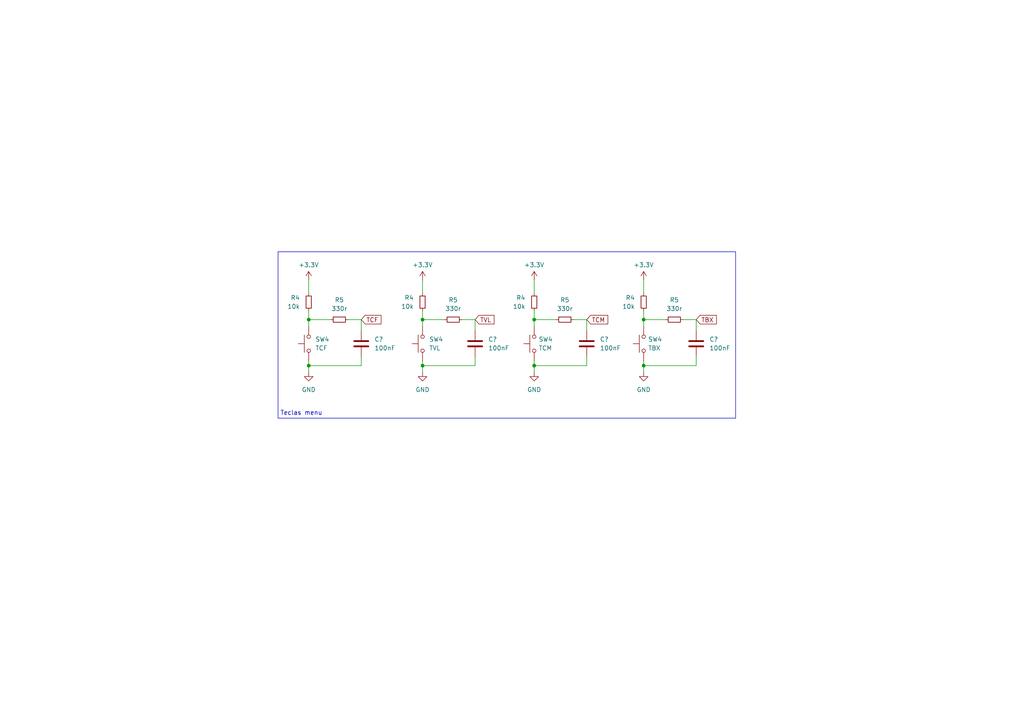
<source format=kicad_sch>
(kicad_sch (version 20230121) (generator eeschema)

  (uuid 3b7aa12b-780c-41ca-9376-674662e5af1e)

  (paper "A4")

  (lib_symbols
    (symbol "Device:R_Small" (pin_numbers hide) (pin_names (offset 0.254) hide) (in_bom yes) (on_board yes)
      (property "Reference" "R" (at 0.762 0.508 0)
        (effects (font (size 1.27 1.27)) (justify left))
      )
      (property "Value" "R_Small" (at 0.762 -1.016 0)
        (effects (font (size 1.27 1.27)) (justify left))
      )
      (property "Footprint" "" (at 0 0 0)
        (effects (font (size 1.27 1.27)) hide)
      )
      (property "Datasheet" "~" (at 0 0 0)
        (effects (font (size 1.27 1.27)) hide)
      )
      (property "ki_keywords" "R resistor" (at 0 0 0)
        (effects (font (size 1.27 1.27)) hide)
      )
      (property "ki_description" "Resistor, small symbol" (at 0 0 0)
        (effects (font (size 1.27 1.27)) hide)
      )
      (property "ki_fp_filters" "R_*" (at 0 0 0)
        (effects (font (size 1.27 1.27)) hide)
      )
      (symbol "R_Small_0_1"
        (rectangle (start -0.762 1.778) (end 0.762 -1.778)
          (stroke (width 0.2032) (type default))
          (fill (type none))
        )
      )
      (symbol "R_Small_1_1"
        (pin passive line (at 0 2.54 270) (length 0.762)
          (name "~" (effects (font (size 1.27 1.27))))
          (number "1" (effects (font (size 1.27 1.27))))
        )
        (pin passive line (at 0 -2.54 90) (length 0.762)
          (name "~" (effects (font (size 1.27 1.27))))
          (number "2" (effects (font (size 1.27 1.27))))
        )
      )
    )
    (symbol "PCM_Capacitor_AKL:C_0805" (pin_numbers hide) (pin_names (offset 0.254)) (in_bom yes) (on_board yes)
      (property "Reference" "C" (at 0.635 2.54 0)
        (effects (font (size 1.27 1.27)) (justify left))
      )
      (property "Value" "C_0805" (at 0.635 -2.54 0)
        (effects (font (size 1.27 1.27)) (justify left))
      )
      (property "Footprint" "Capacitor_SMD_AKL:C_0805_2012Metric" (at 0.9652 -3.81 0)
        (effects (font (size 1.27 1.27)) hide)
      )
      (property "Datasheet" "~" (at 0 0 0)
        (effects (font (size 1.27 1.27)) hide)
      )
      (property "ki_keywords" "cap capacitor ceramic chip mlcc smd 0805" (at 0 0 0)
        (effects (font (size 1.27 1.27)) hide)
      )
      (property "ki_description" "SMD 0805 MLCC capacitor, Alternate KiCad Library" (at 0 0 0)
        (effects (font (size 1.27 1.27)) hide)
      )
      (property "ki_fp_filters" "C_*" (at 0 0 0)
        (effects (font (size 1.27 1.27)) hide)
      )
      (symbol "C_0805_0_1"
        (polyline
          (pts
            (xy -2.032 -0.762)
            (xy 2.032 -0.762)
          )
          (stroke (width 0.508) (type default))
          (fill (type none))
        )
        (polyline
          (pts
            (xy -2.032 0.762)
            (xy 2.032 0.762)
          )
          (stroke (width 0.508) (type default))
          (fill (type none))
        )
      )
      (symbol "C_0805_1_1"
        (pin passive line (at 0 3.81 270) (length 2.794)
          (name "~" (effects (font (size 1.27 1.27))))
          (number "1" (effects (font (size 1.27 1.27))))
        )
        (pin passive line (at 0 -3.81 90) (length 2.794)
          (name "~" (effects (font (size 1.27 1.27))))
          (number "2" (effects (font (size 1.27 1.27))))
        )
      )
    )
    (symbol "Switch:SW_Push" (pin_numbers hide) (pin_names (offset 1.016) hide) (in_bom yes) (on_board yes)
      (property "Reference" "SW" (at 1.27 2.54 0)
        (effects (font (size 1.27 1.27)) (justify left))
      )
      (property "Value" "SW_Push" (at 0 -1.524 0)
        (effects (font (size 1.27 1.27)))
      )
      (property "Footprint" "" (at 0 5.08 0)
        (effects (font (size 1.27 1.27)) hide)
      )
      (property "Datasheet" "~" (at 0 5.08 0)
        (effects (font (size 1.27 1.27)) hide)
      )
      (property "ki_keywords" "switch normally-open pushbutton push-button" (at 0 0 0)
        (effects (font (size 1.27 1.27)) hide)
      )
      (property "ki_description" "Push button switch, generic, two pins" (at 0 0 0)
        (effects (font (size 1.27 1.27)) hide)
      )
      (symbol "SW_Push_0_1"
        (circle (center -2.032 0) (radius 0.508)
          (stroke (width 0) (type default))
          (fill (type none))
        )
        (polyline
          (pts
            (xy 0 1.27)
            (xy 0 3.048)
          )
          (stroke (width 0) (type default))
          (fill (type none))
        )
        (polyline
          (pts
            (xy 2.54 1.27)
            (xy -2.54 1.27)
          )
          (stroke (width 0) (type default))
          (fill (type none))
        )
        (circle (center 2.032 0) (radius 0.508)
          (stroke (width 0) (type default))
          (fill (type none))
        )
        (pin passive line (at -5.08 0 0) (length 2.54)
          (name "1" (effects (font (size 1.27 1.27))))
          (number "1" (effects (font (size 1.27 1.27))))
        )
        (pin passive line (at 5.08 0 180) (length 2.54)
          (name "2" (effects (font (size 1.27 1.27))))
          (number "2" (effects (font (size 1.27 1.27))))
        )
      )
    )
    (symbol "power:+3.3V" (power) (pin_names (offset 0)) (in_bom yes) (on_board yes)
      (property "Reference" "#PWR" (at 0 -3.81 0)
        (effects (font (size 1.27 1.27)) hide)
      )
      (property "Value" "+3.3V" (at 0 3.556 0)
        (effects (font (size 1.27 1.27)))
      )
      (property "Footprint" "" (at 0 0 0)
        (effects (font (size 1.27 1.27)) hide)
      )
      (property "Datasheet" "" (at 0 0 0)
        (effects (font (size 1.27 1.27)) hide)
      )
      (property "ki_keywords" "global power" (at 0 0 0)
        (effects (font (size 1.27 1.27)) hide)
      )
      (property "ki_description" "Power symbol creates a global label with name \"+3.3V\"" (at 0 0 0)
        (effects (font (size 1.27 1.27)) hide)
      )
      (symbol "+3.3V_0_1"
        (polyline
          (pts
            (xy -0.762 1.27)
            (xy 0 2.54)
          )
          (stroke (width 0) (type default))
          (fill (type none))
        )
        (polyline
          (pts
            (xy 0 0)
            (xy 0 2.54)
          )
          (stroke (width 0) (type default))
          (fill (type none))
        )
        (polyline
          (pts
            (xy 0 2.54)
            (xy 0.762 1.27)
          )
          (stroke (width 0) (type default))
          (fill (type none))
        )
      )
      (symbol "+3.3V_1_1"
        (pin power_in line (at 0 0 90) (length 0) hide
          (name "+3.3V" (effects (font (size 1.27 1.27))))
          (number "1" (effects (font (size 1.27 1.27))))
        )
      )
    )
    (symbol "power:GND" (power) (pin_names (offset 0)) (in_bom yes) (on_board yes)
      (property "Reference" "#PWR" (at 0 -6.35 0)
        (effects (font (size 1.27 1.27)) hide)
      )
      (property "Value" "GND" (at 0 -3.81 0)
        (effects (font (size 1.27 1.27)))
      )
      (property "Footprint" "" (at 0 0 0)
        (effects (font (size 1.27 1.27)) hide)
      )
      (property "Datasheet" "" (at 0 0 0)
        (effects (font (size 1.27 1.27)) hide)
      )
      (property "ki_keywords" "global power" (at 0 0 0)
        (effects (font (size 1.27 1.27)) hide)
      )
      (property "ki_description" "Power symbol creates a global label with name \"GND\" , ground" (at 0 0 0)
        (effects (font (size 1.27 1.27)) hide)
      )
      (symbol "GND_0_1"
        (polyline
          (pts
            (xy 0 0)
            (xy 0 -1.27)
            (xy 1.27 -1.27)
            (xy 0 -2.54)
            (xy -1.27 -1.27)
            (xy 0 -1.27)
          )
          (stroke (width 0) (type default))
          (fill (type none))
        )
      )
      (symbol "GND_1_1"
        (pin power_in line (at 0 0 270) (length 0) hide
          (name "GND" (effects (font (size 1.27 1.27))))
          (number "1" (effects (font (size 1.27 1.27))))
        )
      )
    )
  )

  (junction (at 154.94 92.71) (diameter 0) (color 0 0 0 0)
    (uuid 03c15f79-7e36-4481-b10b-0c7d136da14e)
  )
  (junction (at 89.535 106.045) (diameter 0) (color 0 0 0 0)
    (uuid 22a87362-a0ba-4536-ba9d-b739ca438b02)
  )
  (junction (at 154.94 106.045) (diameter 0) (color 0 0 0 0)
    (uuid 39654cc5-f477-43c9-b924-f529213d0bed)
  )
  (junction (at 122.555 92.71) (diameter 0) (color 0 0 0 0)
    (uuid 3bbdd7b2-0122-48d9-8b50-598b4519bb39)
  )
  (junction (at 122.555 106.045) (diameter 0) (color 0 0 0 0)
    (uuid 4624093b-0b6b-47e7-a89e-e823f7efba00)
  )
  (junction (at 186.69 106.045) (diameter 0) (color 0 0 0 0)
    (uuid 4a8125cd-06b3-4cfd-a774-59e99e215efc)
  )
  (junction (at 89.535 92.71) (diameter 0) (color 0 0 0 0)
    (uuid 7ef513c5-ba13-4aa5-9080-2c351ecfa92c)
  )
  (junction (at 186.69 92.71) (diameter 0) (color 0 0 0 0)
    (uuid c89e1ff3-6b2f-4bd9-9948-e1602f7c285b)
  )

  (wire (pts (xy 166.37 92.71) (xy 170.18 92.71))
    (stroke (width 0) (type default))
    (uuid 024a4d10-44d8-4fe4-92b4-a89c8995da56)
  )
  (wire (pts (xy 89.535 81.28) (xy 89.535 85.09))
    (stroke (width 0) (type default))
    (uuid 0399d844-4b8c-4d5f-bf1a-efc3ef52b9b7)
  )
  (wire (pts (xy 154.94 106.045) (xy 154.94 107.95))
    (stroke (width 0) (type default))
    (uuid 04e6e36e-3b56-43d7-83bd-3d45c9368a4e)
  )
  (wire (pts (xy 201.93 92.71) (xy 201.93 95.885))
    (stroke (width 0) (type default))
    (uuid 05bd0389-81f1-445c-908a-babe48d0bf00)
  )
  (wire (pts (xy 89.535 92.71) (xy 89.535 94.615))
    (stroke (width 0) (type default))
    (uuid 068c42c5-f690-4d1a-ab92-ef57630f4c6e)
  )
  (wire (pts (xy 100.965 92.71) (xy 104.775 92.71))
    (stroke (width 0) (type default))
    (uuid 09d41099-c067-4202-97a6-309370905ff5)
  )
  (wire (pts (xy 186.69 92.71) (xy 186.69 94.615))
    (stroke (width 0) (type default))
    (uuid 0f0ce6c1-3c2e-4d12-8e4d-b2e714b18314)
  )
  (wire (pts (xy 198.12 92.71) (xy 201.93 92.71))
    (stroke (width 0) (type default))
    (uuid 2100ad2d-8637-4d24-a273-54cb9d12a105)
  )
  (wire (pts (xy 104.775 106.045) (xy 89.535 106.045))
    (stroke (width 0) (type default))
    (uuid 2bb5aee5-07b8-4e3c-88f4-2e100b5a20d1)
  )
  (wire (pts (xy 137.795 92.71) (xy 137.795 95.885))
    (stroke (width 0) (type default))
    (uuid 39cb4921-7b11-464d-bcbf-f7687bd81d65)
  )
  (wire (pts (xy 122.555 104.775) (xy 122.555 106.045))
    (stroke (width 0) (type default))
    (uuid 48ef69a1-c0c4-4ffd-a354-3eec864e01a6)
  )
  (wire (pts (xy 170.18 92.71) (xy 170.18 95.885))
    (stroke (width 0) (type default))
    (uuid 713f2b10-6e34-4118-b6db-71184ae3c2e6)
  )
  (wire (pts (xy 122.555 92.71) (xy 122.555 90.17))
    (stroke (width 0) (type default))
    (uuid 715744ac-4de6-4f00-94b9-34cd64f0f8a4)
  )
  (wire (pts (xy 137.795 106.045) (xy 122.555 106.045))
    (stroke (width 0) (type default))
    (uuid 760fdadd-1f31-461e-8419-1c89014f4dbc)
  )
  (wire (pts (xy 95.885 92.71) (xy 89.535 92.71))
    (stroke (width 0) (type default))
    (uuid 78c184a7-93a7-4c43-8acd-891231d8f8a0)
  )
  (wire (pts (xy 154.94 92.71) (xy 154.94 94.615))
    (stroke (width 0) (type default))
    (uuid 7c56eeca-41d5-44f0-8476-95d415055118)
  )
  (wire (pts (xy 154.94 104.775) (xy 154.94 106.045))
    (stroke (width 0) (type default))
    (uuid 8374a663-ae8c-491d-8838-c9a750ff2888)
  )
  (wire (pts (xy 154.94 92.71) (xy 154.94 90.17))
    (stroke (width 0) (type default))
    (uuid 885c1ca0-5320-4a6c-ade4-11d19b6c1b21)
  )
  (wire (pts (xy 186.69 92.71) (xy 186.69 90.17))
    (stroke (width 0) (type default))
    (uuid 8f1d8db2-6bcd-4a67-9f1a-efbc3dd321d7)
  )
  (wire (pts (xy 122.555 92.71) (xy 122.555 94.615))
    (stroke (width 0) (type default))
    (uuid 904c91f1-f034-43b7-9852-7c5aac604b6f)
  )
  (wire (pts (xy 89.535 106.045) (xy 89.535 107.95))
    (stroke (width 0) (type default))
    (uuid 91d18654-067f-4823-918b-dfb105426ba3)
  )
  (wire (pts (xy 128.905 92.71) (xy 122.555 92.71))
    (stroke (width 0) (type default))
    (uuid 97b5c2b3-82de-4010-ac76-4a40521cace5)
  )
  (wire (pts (xy 186.69 81.28) (xy 186.69 85.09))
    (stroke (width 0) (type default))
    (uuid 9aec5812-fc4e-413b-b970-df8ab9467a7b)
  )
  (wire (pts (xy 133.985 92.71) (xy 137.795 92.71))
    (stroke (width 0) (type default))
    (uuid a426406c-7c5a-44c5-a163-23326fb3c60e)
  )
  (wire (pts (xy 186.69 106.045) (xy 186.69 107.95))
    (stroke (width 0) (type default))
    (uuid a8fea9e2-ad9b-443a-9427-a928bb4366ba)
  )
  (wire (pts (xy 170.18 103.505) (xy 170.18 106.045))
    (stroke (width 0) (type default))
    (uuid be0e0bdd-4cf1-4be7-a1f5-7c807ec3ec94)
  )
  (wire (pts (xy 201.93 106.045) (xy 186.69 106.045))
    (stroke (width 0) (type default))
    (uuid bf7666da-8d54-4f02-b065-fa1282a2fdb9)
  )
  (wire (pts (xy 193.04 92.71) (xy 186.69 92.71))
    (stroke (width 0) (type default))
    (uuid bfcd98de-d8d5-4ce9-9771-1769fb28f6a9)
  )
  (wire (pts (xy 137.795 103.505) (xy 137.795 106.045))
    (stroke (width 0) (type default))
    (uuid d5d92b45-ad35-4671-ab5f-731b60c48676)
  )
  (wire (pts (xy 154.94 81.28) (xy 154.94 85.09))
    (stroke (width 0) (type default))
    (uuid d8c49306-98c0-4ccb-9c73-2bb645b7e286)
  )
  (wire (pts (xy 122.555 81.28) (xy 122.555 85.09))
    (stroke (width 0) (type default))
    (uuid e0d989db-facd-4f9c-893a-e492f9df67b1)
  )
  (wire (pts (xy 104.775 103.505) (xy 104.775 106.045))
    (stroke (width 0) (type default))
    (uuid e18c641d-42a8-4b2a-ba0e-d69afc3cb653)
  )
  (wire (pts (xy 122.555 106.045) (xy 122.555 107.95))
    (stroke (width 0) (type default))
    (uuid e8b93e34-29e1-4f2e-8242-0e19d34dac6e)
  )
  (wire (pts (xy 89.535 92.71) (xy 89.535 90.17))
    (stroke (width 0) (type default))
    (uuid eabb0400-0151-4ead-8982-a45a21125252)
  )
  (wire (pts (xy 104.775 92.71) (xy 104.775 95.885))
    (stroke (width 0) (type default))
    (uuid ef25aef8-653f-4941-b1df-e2888a4833ed)
  )
  (wire (pts (xy 89.535 104.775) (xy 89.535 106.045))
    (stroke (width 0) (type default))
    (uuid f060e1de-bfbd-4996-b58b-b066c59d8cb6)
  )
  (wire (pts (xy 170.18 106.045) (xy 154.94 106.045))
    (stroke (width 0) (type default))
    (uuid f2ba064d-fffd-4d66-9b07-1ad7ebc914dd)
  )
  (wire (pts (xy 201.93 103.505) (xy 201.93 106.045))
    (stroke (width 0) (type default))
    (uuid f2f7026f-56c8-4a80-b8e5-6deac074b068)
  )
  (wire (pts (xy 186.69 104.775) (xy 186.69 106.045))
    (stroke (width 0) (type default))
    (uuid f496d738-eacb-4630-99db-4eb901907cb0)
  )
  (wire (pts (xy 161.29 92.71) (xy 154.94 92.71))
    (stroke (width 0) (type default))
    (uuid fa8e1b6c-0623-4133-8599-d178551c47e8)
  )

  (rectangle (start 80.645 73.025) (end 213.36 121.285)
    (stroke (width 0) (type default))
    (fill (type none))
    (uuid 1fab5d58-adb2-4403-8c39-1cf5c2238e4e)
  )

  (text "Teclas menu\n" (at 81.28 120.65 0)
    (effects (font (size 1.27 1.27)) (justify left bottom))
    (uuid 7789cc6b-6efd-41a5-97c1-142cd862de7f)
  )

  (global_label "TBX" (shape input) (at 201.93 92.71 0) (fields_autoplaced)
    (effects (font (size 1.27 1.27)) (justify left))
    (uuid 3c75794f-52f8-4eb4-8fbb-2df66c8f2dfe)
    (property "Intersheetrefs" "${INTERSHEET_REFS}" (at 208.3623 92.71 0)
      (effects (font (size 1.27 1.27)) (justify left) hide)
    )
  )
  (global_label "TVL" (shape input) (at 137.795 92.71 0) (fields_autoplaced)
    (effects (font (size 1.27 1.27)) (justify left))
    (uuid 84ebfe0c-495f-4642-ba8a-90236c1f9216)
    (property "Intersheetrefs" "${INTERSHEET_REFS}" (at 143.8645 92.71 0)
      (effects (font (size 1.27 1.27)) (justify left) hide)
    )
  )
  (global_label "TCM" (shape input) (at 170.18 92.71 0) (fields_autoplaced)
    (effects (font (size 1.27 1.27)) (justify left))
    (uuid 85e99f24-8749-4c39-b0fb-fb94add88952)
    (property "Intersheetrefs" "${INTERSHEET_REFS}" (at 176.8542 92.71 0)
      (effects (font (size 1.27 1.27)) (justify left) hide)
    )
  )
  (global_label "TCF" (shape input) (at 104.775 92.71 0) (fields_autoplaced)
    (effects (font (size 1.27 1.27)) (justify left))
    (uuid fad66217-1a22-4063-bf8a-bef050af061b)
    (property "Intersheetrefs" "${INTERSHEET_REFS}" (at 111.0864 92.71 0)
      (effects (font (size 1.27 1.27)) (justify left) hide)
    )
  )

  (symbol (lib_id "Device:R_Small") (at 186.69 87.63 0) (mirror y) (unit 1)
    (in_bom yes) (on_board yes) (dnp no)
    (uuid 05eeafc4-9a83-48f3-8a64-7aaf683f7a77)
    (property "Reference" "R4" (at 184.15 86.36 0)
      (effects (font (size 1.27 1.27)) (justify left))
    )
    (property "Value" "10k" (at 184.15 88.9 0)
      (effects (font (size 1.27 1.27)) (justify left))
    )
    (property "Footprint" "Resistor_SMD:R_0805_2012Metric_Pad1.20x1.40mm_HandSolder" (at 186.69 87.63 0)
      (effects (font (size 1.27 1.27)) hide)
    )
    (property "Datasheet" "~" (at 186.69 87.63 0)
      (effects (font (size 1.27 1.27)) hide)
    )
    (pin "2" (uuid 6769c811-7fd2-4ae5-b932-50eed6903381))
    (pin "1" (uuid da71426c-9f0e-4fae-9373-fbb5e9d62a8f))
    (instances
      (project "iSTF"
        (path "/79723a73-3554-4e03-b4e9-c3853a47663c/e5e474cc-e04d-419f-a9f6-6b17d129d33f"
          (reference "R4") (unit 1)
        )
        (path "/79723a73-3554-4e03-b4e9-c3853a47663c/8704623f-64c8-4df8-8fb6-b6876ec9efb0"
          (reference "R10") (unit 1)
        )
      )
    )
  )

  (symbol (lib_id "Device:R_Small") (at 163.83 92.71 90) (unit 1)
    (in_bom yes) (on_board yes) (dnp no) (fields_autoplaced)
    (uuid 07997c42-abbb-452f-965e-3a46be2881bf)
    (property "Reference" "R5" (at 163.83 86.995 90)
      (effects (font (size 1.27 1.27)))
    )
    (property "Value" "330r" (at 163.83 89.535 90)
      (effects (font (size 1.27 1.27)))
    )
    (property "Footprint" "Resistor_SMD:R_0805_2012Metric_Pad1.20x1.40mm_HandSolder" (at 163.83 92.71 0)
      (effects (font (size 1.27 1.27)) hide)
    )
    (property "Datasheet" "~" (at 163.83 92.71 0)
      (effects (font (size 1.27 1.27)) hide)
    )
    (pin "2" (uuid e8b69110-c924-4f0a-9808-d9c697b57e48))
    (pin "1" (uuid f8238fe2-d4e0-4931-a3a8-b4eac77479c5))
    (instances
      (project "iSTF"
        (path "/79723a73-3554-4e03-b4e9-c3853a47663c/e5e474cc-e04d-419f-a9f6-6b17d129d33f"
          (reference "R5") (unit 1)
        )
        (path "/79723a73-3554-4e03-b4e9-c3853a47663c/8704623f-64c8-4df8-8fb6-b6876ec9efb0"
          (reference "R9") (unit 1)
        )
      )
    )
  )

  (symbol (lib_id "PCM_Capacitor_AKL:C_0805") (at 170.18 99.695 180) (unit 1)
    (in_bom yes) (on_board yes) (dnp no)
    (uuid 121ef5c8-1d2e-4458-9846-33ca46b5cd4f)
    (property "Reference" "C?" (at 173.99 98.425 0)
      (effects (font (size 1.27 1.27)) (justify right))
    )
    (property "Value" "100nF" (at 173.99 100.965 0)
      (effects (font (size 1.27 1.27)) (justify right))
    )
    (property "Footprint" "Capacitor_SMD:C_0805_2012Metric_Pad1.18x1.45mm_HandSolder" (at 169.2148 95.885 0)
      (effects (font (size 1.27 1.27)) hide)
    )
    (property "Datasheet" "~" (at 170.18 99.695 0)
      (effects (font (size 1.27 1.27)) hide)
    )
    (pin "1" (uuid 34c5e451-de59-427b-8c84-7a83d6d3ee20))
    (pin "2" (uuid f8ce30e6-748d-4686-a30b-7c784521c4b5))
    (instances
      (project "CPU Stm32"
        (path "/0882ad57-6d26-4cfc-9dea-dd977232d729"
          (reference "C?") (unit 1)
        )
        (path "/0882ad57-6d26-4cfc-9dea-dd977232d729/0597d64a-05e7-4109-81f0-978aa3e72d76"
          (reference "C?") (unit 1)
        )
      )
      (project "CPU Stm32G431"
        (path "/4e4d72d5-dbdc-4a76-9ce2-f5a97f8267d2/0597d64a-05e7-4109-81f0-978aa3e72d76"
          (reference "C?") (unit 1)
        )
        (path "/4e4d72d5-dbdc-4a76-9ce2-f5a97f8267d2/c276e359-996b-43e7-b0a0-b77cdf843b15"
          (reference "C16") (unit 1)
        )
      )
      (project "iSTF"
        (path "/79723a73-3554-4e03-b4e9-c3853a47663c/e5e474cc-e04d-419f-a9f6-6b17d129d33f"
          (reference "C16") (unit 1)
        )
        (path "/79723a73-3554-4e03-b4e9-c3853a47663c/8704623f-64c8-4df8-8fb6-b6876ec9efb0"
          (reference "C18") (unit 1)
        )
      )
      (project "Mcu"
        (path "/f065f419-6af7-4a9f-bb91-3533d0d752b8"
          (reference "C?") (unit 1)
        )
      )
    )
  )

  (symbol (lib_id "power:GND") (at 154.94 107.95 0) (unit 1)
    (in_bom yes) (on_board yes) (dnp no) (fields_autoplaced)
    (uuid 1222d30f-b692-43fe-bd05-6c432b966994)
    (property "Reference" "#PWR?" (at 154.94 114.3 0)
      (effects (font (size 1.27 1.27)) hide)
    )
    (property "Value" "GND" (at 154.94 113.03 0)
      (effects (font (size 1.27 1.27)))
    )
    (property "Footprint" "" (at 154.94 107.95 0)
      (effects (font (size 1.27 1.27)) hide)
    )
    (property "Datasheet" "" (at 154.94 107.95 0)
      (effects (font (size 1.27 1.27)) hide)
    )
    (pin "1" (uuid 2f47431a-c4dc-4989-b7a3-1c89e0de850c))
    (instances
      (project "CPU Stm32"
        (path "/0882ad57-6d26-4cfc-9dea-dd977232d729"
          (reference "#PWR?") (unit 1)
        )
        (path "/0882ad57-6d26-4cfc-9dea-dd977232d729/c276e359-996b-43e7-b0a0-b77cdf843b15"
          (reference "#PWR?") (unit 1)
        )
      )
      (project "CPU Stm32G431"
        (path "/4e4d72d5-dbdc-4a76-9ce2-f5a97f8267d2/c276e359-996b-43e7-b0a0-b77cdf843b15"
          (reference "#PWR016") (unit 1)
        )
      )
      (project "iSTF"
        (path "/79723a73-3554-4e03-b4e9-c3853a47663c/e5e474cc-e04d-419f-a9f6-6b17d129d33f"
          (reference "#PWR018") (unit 1)
        )
        (path "/79723a73-3554-4e03-b4e9-c3853a47663c/8704623f-64c8-4df8-8fb6-b6876ec9efb0"
          (reference "#PWR022") (unit 1)
        )
      )
      (project "Mcu"
        (path "/f065f419-6af7-4a9f-bb91-3533d0d752b8"
          (reference "#PWR?") (unit 1)
        )
      )
    )
  )

  (symbol (lib_id "Switch:SW_Push") (at 186.69 99.695 90) (unit 1)
    (in_bom yes) (on_board yes) (dnp no) (fields_autoplaced)
    (uuid 1e423570-90a0-44db-8bbe-98b5f5c0ef70)
    (property "Reference" "SW4" (at 187.96 98.425 90)
      (effects (font (size 1.27 1.27)) (justify right))
    )
    (property "Value" "TBX" (at 187.96 100.965 90)
      (effects (font (size 1.27 1.27)) (justify right))
    )
    (property "Footprint" "Button_Switch_THT:SW_PUSH-12mm_Wuerth-430476085716" (at 181.61 99.695 0)
      (effects (font (size 1.27 1.27)) hide)
    )
    (property "Datasheet" "~" (at 181.61 99.695 0)
      (effects (font (size 1.27 1.27)) hide)
    )
    (pin "1" (uuid a43a92c2-363c-42f2-a137-7ea1d91e7c83))
    (pin "2" (uuid 5cabe467-c819-4e58-a066-0a261d7d3daa))
    (instances
      (project "iSTF"
        (path "/79723a73-3554-4e03-b4e9-c3853a47663c/e5e474cc-e04d-419f-a9f6-6b17d129d33f"
          (reference "SW4") (unit 1)
        )
        (path "/79723a73-3554-4e03-b4e9-c3853a47663c/8704623f-64c8-4df8-8fb6-b6876ec9efb0"
          (reference "SW4") (unit 1)
        )
      )
    )
  )

  (symbol (lib_id "Device:R_Small") (at 89.535 87.63 0) (mirror y) (unit 1)
    (in_bom yes) (on_board yes) (dnp no)
    (uuid 35801899-8438-41fd-a5b3-a056e255f86d)
    (property "Reference" "R4" (at 86.995 86.36 0)
      (effects (font (size 1.27 1.27)) (justify left))
    )
    (property "Value" "10k" (at 86.995 88.9 0)
      (effects (font (size 1.27 1.27)) (justify left))
    )
    (property "Footprint" "Resistor_SMD:R_0805_2012Metric_Pad1.20x1.40mm_HandSolder" (at 89.535 87.63 0)
      (effects (font (size 1.27 1.27)) hide)
    )
    (property "Datasheet" "~" (at 89.535 87.63 0)
      (effects (font (size 1.27 1.27)) hide)
    )
    (pin "2" (uuid f5e4204a-ab58-4ac2-9030-ebce167607eb))
    (pin "1" (uuid 86113493-bedf-4d99-a429-3edeeb09f1d8))
    (instances
      (project "iSTF"
        (path "/79723a73-3554-4e03-b4e9-c3853a47663c/e5e474cc-e04d-419f-a9f6-6b17d129d33f"
          (reference "R4") (unit 1)
        )
        (path "/79723a73-3554-4e03-b4e9-c3853a47663c/8704623f-64c8-4df8-8fb6-b6876ec9efb0"
          (reference "R4") (unit 1)
        )
      )
    )
  )

  (symbol (lib_id "power:+3.3V") (at 122.555 81.28 0) (unit 1)
    (in_bom yes) (on_board yes) (dnp no) (fields_autoplaced)
    (uuid 40c44984-d90d-4f94-9a51-1091f9bfa82a)
    (property "Reference" "#PWR?" (at 122.555 85.09 0)
      (effects (font (size 1.27 1.27)) hide)
    )
    (property "Value" "+3.3V" (at 122.555 76.835 0)
      (effects (font (size 1.27 1.27)))
    )
    (property "Footprint" "" (at 122.555 81.28 0)
      (effects (font (size 1.27 1.27)) hide)
    )
    (property "Datasheet" "" (at 122.555 81.28 0)
      (effects (font (size 1.27 1.27)) hide)
    )
    (pin "1" (uuid 362b5752-3d06-41c0-bea4-11245b8d4cc5))
    (instances
      (project "CPU Stm32"
        (path "/0882ad57-6d26-4cfc-9dea-dd977232d729"
          (reference "#PWR?") (unit 1)
        )
        (path "/0882ad57-6d26-4cfc-9dea-dd977232d729/c276e359-996b-43e7-b0a0-b77cdf843b15"
          (reference "#PWR?") (unit 1)
        )
      )
      (project "CPU Stm32G431"
        (path "/4e4d72d5-dbdc-4a76-9ce2-f5a97f8267d2/c276e359-996b-43e7-b0a0-b77cdf843b15"
          (reference "#PWR011") (unit 1)
        )
      )
      (project "iSTF"
        (path "/79723a73-3554-4e03-b4e9-c3853a47663c/e5e474cc-e04d-419f-a9f6-6b17d129d33f"
          (reference "#PWR017") (unit 1)
        )
        (path "/79723a73-3554-4e03-b4e9-c3853a47663c/8704623f-64c8-4df8-8fb6-b6876ec9efb0"
          (reference "#PWR019") (unit 1)
        )
      )
      (project "Mcu"
        (path "/f065f419-6af7-4a9f-bb91-3533d0d752b8"
          (reference "#PWR?") (unit 1)
        )
      )
    )
  )

  (symbol (lib_id "Device:R_Small") (at 98.425 92.71 90) (unit 1)
    (in_bom yes) (on_board yes) (dnp no) (fields_autoplaced)
    (uuid 45dca880-b5f5-4462-80e5-a4c678b2bb72)
    (property "Reference" "R5" (at 98.425 86.995 90)
      (effects (font (size 1.27 1.27)))
    )
    (property "Value" "330r" (at 98.425 89.535 90)
      (effects (font (size 1.27 1.27)))
    )
    (property "Footprint" "Resistor_SMD:R_0805_2012Metric_Pad1.20x1.40mm_HandSolder" (at 98.425 92.71 0)
      (effects (font (size 1.27 1.27)) hide)
    )
    (property "Datasheet" "~" (at 98.425 92.71 0)
      (effects (font (size 1.27 1.27)) hide)
    )
    (pin "2" (uuid d972a409-5c18-45e8-9497-c8c8f2f50172))
    (pin "1" (uuid b20b5946-bb10-4b0f-b193-900bf28dbfdf))
    (instances
      (project "iSTF"
        (path "/79723a73-3554-4e03-b4e9-c3853a47663c/e5e474cc-e04d-419f-a9f6-6b17d129d33f"
          (reference "R5") (unit 1)
        )
        (path "/79723a73-3554-4e03-b4e9-c3853a47663c/8704623f-64c8-4df8-8fb6-b6876ec9efb0"
          (reference "R5") (unit 1)
        )
      )
    )
  )

  (symbol (lib_id "Switch:SW_Push") (at 89.535 99.695 90) (unit 1)
    (in_bom yes) (on_board yes) (dnp no) (fields_autoplaced)
    (uuid 47c5234a-b1b1-4dc3-a25b-1cb3a6b6b531)
    (property "Reference" "SW4" (at 91.44 98.425 90)
      (effects (font (size 1.27 1.27)) (justify right))
    )
    (property "Value" "TCF" (at 91.44 100.965 90)
      (effects (font (size 1.27 1.27)) (justify right))
    )
    (property "Footprint" "Button_Switch_THT:SW_PUSH-12mm_Wuerth-430476085716" (at 84.455 99.695 0)
      (effects (font (size 1.27 1.27)) hide)
    )
    (property "Datasheet" "~" (at 84.455 99.695 0)
      (effects (font (size 1.27 1.27)) hide)
    )
    (pin "1" (uuid 6ed0011d-6fa0-41bf-a66c-194138f15cfc))
    (pin "2" (uuid 4e613d2f-5340-4826-aecb-170c8d5fd9f4))
    (instances
      (project "iSTF"
        (path "/79723a73-3554-4e03-b4e9-c3853a47663c/e5e474cc-e04d-419f-a9f6-6b17d129d33f"
          (reference "SW4") (unit 1)
        )
        (path "/79723a73-3554-4e03-b4e9-c3853a47663c/8704623f-64c8-4df8-8fb6-b6876ec9efb0"
          (reference "SW1") (unit 1)
        )
      )
    )
  )

  (symbol (lib_id "power:GND") (at 89.535 107.95 0) (unit 1)
    (in_bom yes) (on_board yes) (dnp no) (fields_autoplaced)
    (uuid 53a8551d-1005-4955-8d45-bc14de363447)
    (property "Reference" "#PWR?" (at 89.535 114.3 0)
      (effects (font (size 1.27 1.27)) hide)
    )
    (property "Value" "GND" (at 89.535 113.03 0)
      (effects (font (size 1.27 1.27)))
    )
    (property "Footprint" "" (at 89.535 107.95 0)
      (effects (font (size 1.27 1.27)) hide)
    )
    (property "Datasheet" "" (at 89.535 107.95 0)
      (effects (font (size 1.27 1.27)) hide)
    )
    (pin "1" (uuid c12320d1-30ae-452b-8298-f8468a4c866a))
    (instances
      (project "CPU Stm32"
        (path "/0882ad57-6d26-4cfc-9dea-dd977232d729"
          (reference "#PWR?") (unit 1)
        )
        (path "/0882ad57-6d26-4cfc-9dea-dd977232d729/c276e359-996b-43e7-b0a0-b77cdf843b15"
          (reference "#PWR?") (unit 1)
        )
      )
      (project "CPU Stm32G431"
        (path "/4e4d72d5-dbdc-4a76-9ce2-f5a97f8267d2/c276e359-996b-43e7-b0a0-b77cdf843b15"
          (reference "#PWR016") (unit 1)
        )
      )
      (project "iSTF"
        (path "/79723a73-3554-4e03-b4e9-c3853a47663c/e5e474cc-e04d-419f-a9f6-6b17d129d33f"
          (reference "#PWR018") (unit 1)
        )
        (path "/79723a73-3554-4e03-b4e9-c3853a47663c/8704623f-64c8-4df8-8fb6-b6876ec9efb0"
          (reference "#PWR018") (unit 1)
        )
      )
      (project "Mcu"
        (path "/f065f419-6af7-4a9f-bb91-3533d0d752b8"
          (reference "#PWR?") (unit 1)
        )
      )
    )
  )

  (symbol (lib_id "power:+3.3V") (at 154.94 81.28 0) (unit 1)
    (in_bom yes) (on_board yes) (dnp no) (fields_autoplaced)
    (uuid 64fb195c-1d2b-4bf3-9729-3a8ca8352d88)
    (property "Reference" "#PWR?" (at 154.94 85.09 0)
      (effects (font (size 1.27 1.27)) hide)
    )
    (property "Value" "+3.3V" (at 154.94 76.835 0)
      (effects (font (size 1.27 1.27)))
    )
    (property "Footprint" "" (at 154.94 81.28 0)
      (effects (font (size 1.27 1.27)) hide)
    )
    (property "Datasheet" "" (at 154.94 81.28 0)
      (effects (font (size 1.27 1.27)) hide)
    )
    (pin "1" (uuid 160affdf-fad3-4d67-ae2e-eb3ec7e8a288))
    (instances
      (project "CPU Stm32"
        (path "/0882ad57-6d26-4cfc-9dea-dd977232d729"
          (reference "#PWR?") (unit 1)
        )
        (path "/0882ad57-6d26-4cfc-9dea-dd977232d729/c276e359-996b-43e7-b0a0-b77cdf843b15"
          (reference "#PWR?") (unit 1)
        )
      )
      (project "CPU Stm32G431"
        (path "/4e4d72d5-dbdc-4a76-9ce2-f5a97f8267d2/c276e359-996b-43e7-b0a0-b77cdf843b15"
          (reference "#PWR011") (unit 1)
        )
      )
      (project "iSTF"
        (path "/79723a73-3554-4e03-b4e9-c3853a47663c/e5e474cc-e04d-419f-a9f6-6b17d129d33f"
          (reference "#PWR017") (unit 1)
        )
        (path "/79723a73-3554-4e03-b4e9-c3853a47663c/8704623f-64c8-4df8-8fb6-b6876ec9efb0"
          (reference "#PWR021") (unit 1)
        )
      )
      (project "Mcu"
        (path "/f065f419-6af7-4a9f-bb91-3533d0d752b8"
          (reference "#PWR?") (unit 1)
        )
      )
    )
  )

  (symbol (lib_id "power:GND") (at 186.69 107.95 0) (unit 1)
    (in_bom yes) (on_board yes) (dnp no) (fields_autoplaced)
    (uuid 6e74825a-4084-4431-9122-754f79b7d35c)
    (property "Reference" "#PWR?" (at 186.69 114.3 0)
      (effects (font (size 1.27 1.27)) hide)
    )
    (property "Value" "GND" (at 186.69 113.03 0)
      (effects (font (size 1.27 1.27)))
    )
    (property "Footprint" "" (at 186.69 107.95 0)
      (effects (font (size 1.27 1.27)) hide)
    )
    (property "Datasheet" "" (at 186.69 107.95 0)
      (effects (font (size 1.27 1.27)) hide)
    )
    (pin "1" (uuid 61dca35e-a5b1-4ceb-aca7-69ffc931c786))
    (instances
      (project "CPU Stm32"
        (path "/0882ad57-6d26-4cfc-9dea-dd977232d729"
          (reference "#PWR?") (unit 1)
        )
        (path "/0882ad57-6d26-4cfc-9dea-dd977232d729/c276e359-996b-43e7-b0a0-b77cdf843b15"
          (reference "#PWR?") (unit 1)
        )
      )
      (project "CPU Stm32G431"
        (path "/4e4d72d5-dbdc-4a76-9ce2-f5a97f8267d2/c276e359-996b-43e7-b0a0-b77cdf843b15"
          (reference "#PWR016") (unit 1)
        )
      )
      (project "iSTF"
        (path "/79723a73-3554-4e03-b4e9-c3853a47663c/e5e474cc-e04d-419f-a9f6-6b17d129d33f"
          (reference "#PWR018") (unit 1)
        )
        (path "/79723a73-3554-4e03-b4e9-c3853a47663c/8704623f-64c8-4df8-8fb6-b6876ec9efb0"
          (reference "#PWR024") (unit 1)
        )
      )
      (project "Mcu"
        (path "/f065f419-6af7-4a9f-bb91-3533d0d752b8"
          (reference "#PWR?") (unit 1)
        )
      )
    )
  )

  (symbol (lib_id "Switch:SW_Push") (at 122.555 99.695 90) (unit 1)
    (in_bom yes) (on_board yes) (dnp no) (fields_autoplaced)
    (uuid 9560aa76-2743-4089-9dee-603cc7e247e5)
    (property "Reference" "SW4" (at 124.46 98.425 90)
      (effects (font (size 1.27 1.27)) (justify right))
    )
    (property "Value" "TVL" (at 124.46 100.965 90)
      (effects (font (size 1.27 1.27)) (justify right))
    )
    (property "Footprint" "Button_Switch_THT:SW_PUSH-12mm_Wuerth-430476085716" (at 117.475 99.695 0)
      (effects (font (size 1.27 1.27)) hide)
    )
    (property "Datasheet" "~" (at 117.475 99.695 0)
      (effects (font (size 1.27 1.27)) hide)
    )
    (pin "1" (uuid aa8808a2-80ec-4841-b3fe-70903b2b9e40))
    (pin "2" (uuid b4f66301-0978-429c-8fb2-0deaad01538f))
    (instances
      (project "iSTF"
        (path "/79723a73-3554-4e03-b4e9-c3853a47663c/e5e474cc-e04d-419f-a9f6-6b17d129d33f"
          (reference "SW4") (unit 1)
        )
        (path "/79723a73-3554-4e03-b4e9-c3853a47663c/8704623f-64c8-4df8-8fb6-b6876ec9efb0"
          (reference "SW2") (unit 1)
        )
      )
    )
  )

  (symbol (lib_id "power:+3.3V") (at 186.69 81.28 0) (unit 1)
    (in_bom yes) (on_board yes) (dnp no) (fields_autoplaced)
    (uuid 9664410e-8543-4e42-80b8-7c00d68183cc)
    (property "Reference" "#PWR?" (at 186.69 85.09 0)
      (effects (font (size 1.27 1.27)) hide)
    )
    (property "Value" "+3.3V" (at 186.69 76.835 0)
      (effects (font (size 1.27 1.27)))
    )
    (property "Footprint" "" (at 186.69 81.28 0)
      (effects (font (size 1.27 1.27)) hide)
    )
    (property "Datasheet" "" (at 186.69 81.28 0)
      (effects (font (size 1.27 1.27)) hide)
    )
    (pin "1" (uuid 0357bdc0-f8d5-4d30-8160-f0afa9de86e6))
    (instances
      (project "CPU Stm32"
        (path "/0882ad57-6d26-4cfc-9dea-dd977232d729"
          (reference "#PWR?") (unit 1)
        )
        (path "/0882ad57-6d26-4cfc-9dea-dd977232d729/c276e359-996b-43e7-b0a0-b77cdf843b15"
          (reference "#PWR?") (unit 1)
        )
      )
      (project "CPU Stm32G431"
        (path "/4e4d72d5-dbdc-4a76-9ce2-f5a97f8267d2/c276e359-996b-43e7-b0a0-b77cdf843b15"
          (reference "#PWR011") (unit 1)
        )
      )
      (project "iSTF"
        (path "/79723a73-3554-4e03-b4e9-c3853a47663c/e5e474cc-e04d-419f-a9f6-6b17d129d33f"
          (reference "#PWR017") (unit 1)
        )
        (path "/79723a73-3554-4e03-b4e9-c3853a47663c/8704623f-64c8-4df8-8fb6-b6876ec9efb0"
          (reference "#PWR023") (unit 1)
        )
      )
      (project "Mcu"
        (path "/f065f419-6af7-4a9f-bb91-3533d0d752b8"
          (reference "#PWR?") (unit 1)
        )
      )
    )
  )

  (symbol (lib_id "Device:R_Small") (at 122.555 87.63 0) (mirror y) (unit 1)
    (in_bom yes) (on_board yes) (dnp no)
    (uuid 9d059025-ab77-4def-af3c-e0556c43800b)
    (property "Reference" "R4" (at 120.015 86.36 0)
      (effects (font (size 1.27 1.27)) (justify left))
    )
    (property "Value" "10k" (at 120.015 88.9 0)
      (effects (font (size 1.27 1.27)) (justify left))
    )
    (property "Footprint" "Resistor_SMD:R_0805_2012Metric_Pad1.20x1.40mm_HandSolder" (at 122.555 87.63 0)
      (effects (font (size 1.27 1.27)) hide)
    )
    (property "Datasheet" "~" (at 122.555 87.63 0)
      (effects (font (size 1.27 1.27)) hide)
    )
    (pin "2" (uuid 94bc7433-d8e6-4f70-bca3-f6d65eca1a8f))
    (pin "1" (uuid 6e0e4b9f-5f6f-4110-b251-f9af72a2d0c1))
    (instances
      (project "iSTF"
        (path "/79723a73-3554-4e03-b4e9-c3853a47663c/e5e474cc-e04d-419f-a9f6-6b17d129d33f"
          (reference "R4") (unit 1)
        )
        (path "/79723a73-3554-4e03-b4e9-c3853a47663c/8704623f-64c8-4df8-8fb6-b6876ec9efb0"
          (reference "R6") (unit 1)
        )
      )
    )
  )

  (symbol (lib_id "power:GND") (at 122.555 107.95 0) (unit 1)
    (in_bom yes) (on_board yes) (dnp no) (fields_autoplaced)
    (uuid 9d2ea703-e434-4c0e-b712-14f7735b888a)
    (property "Reference" "#PWR?" (at 122.555 114.3 0)
      (effects (font (size 1.27 1.27)) hide)
    )
    (property "Value" "GND" (at 122.555 113.03 0)
      (effects (font (size 1.27 1.27)))
    )
    (property "Footprint" "" (at 122.555 107.95 0)
      (effects (font (size 1.27 1.27)) hide)
    )
    (property "Datasheet" "" (at 122.555 107.95 0)
      (effects (font (size 1.27 1.27)) hide)
    )
    (pin "1" (uuid d2c96f54-a3ea-40cb-a78a-9ca9b9d5bfc9))
    (instances
      (project "CPU Stm32"
        (path "/0882ad57-6d26-4cfc-9dea-dd977232d729"
          (reference "#PWR?") (unit 1)
        )
        (path "/0882ad57-6d26-4cfc-9dea-dd977232d729/c276e359-996b-43e7-b0a0-b77cdf843b15"
          (reference "#PWR?") (unit 1)
        )
      )
      (project "CPU Stm32G431"
        (path "/4e4d72d5-dbdc-4a76-9ce2-f5a97f8267d2/c276e359-996b-43e7-b0a0-b77cdf843b15"
          (reference "#PWR016") (unit 1)
        )
      )
      (project "iSTF"
        (path "/79723a73-3554-4e03-b4e9-c3853a47663c/e5e474cc-e04d-419f-a9f6-6b17d129d33f"
          (reference "#PWR018") (unit 1)
        )
        (path "/79723a73-3554-4e03-b4e9-c3853a47663c/8704623f-64c8-4df8-8fb6-b6876ec9efb0"
          (reference "#PWR020") (unit 1)
        )
      )
      (project "Mcu"
        (path "/f065f419-6af7-4a9f-bb91-3533d0d752b8"
          (reference "#PWR?") (unit 1)
        )
      )
    )
  )

  (symbol (lib_id "PCM_Capacitor_AKL:C_0805") (at 201.93 99.695 180) (unit 1)
    (in_bom yes) (on_board yes) (dnp no)
    (uuid a7df57a4-b23b-48f0-a540-75d65ee699e7)
    (property "Reference" "C?" (at 205.74 98.425 0)
      (effects (font (size 1.27 1.27)) (justify right))
    )
    (property "Value" "100nF" (at 205.74 100.965 0)
      (effects (font (size 1.27 1.27)) (justify right))
    )
    (property "Footprint" "Capacitor_SMD:C_0805_2012Metric_Pad1.18x1.45mm_HandSolder" (at 200.9648 95.885 0)
      (effects (font (size 1.27 1.27)) hide)
    )
    (property "Datasheet" "~" (at 201.93 99.695 0)
      (effects (font (size 1.27 1.27)) hide)
    )
    (pin "1" (uuid f0bfa6d8-363e-41eb-9b9d-f229535f945a))
    (pin "2" (uuid ba091f63-08d3-429b-bd9b-09502fabd9a5))
    (instances
      (project "CPU Stm32"
        (path "/0882ad57-6d26-4cfc-9dea-dd977232d729"
          (reference "C?") (unit 1)
        )
        (path "/0882ad57-6d26-4cfc-9dea-dd977232d729/0597d64a-05e7-4109-81f0-978aa3e72d76"
          (reference "C?") (unit 1)
        )
      )
      (project "CPU Stm32G431"
        (path "/4e4d72d5-dbdc-4a76-9ce2-f5a97f8267d2/0597d64a-05e7-4109-81f0-978aa3e72d76"
          (reference "C?") (unit 1)
        )
        (path "/4e4d72d5-dbdc-4a76-9ce2-f5a97f8267d2/c276e359-996b-43e7-b0a0-b77cdf843b15"
          (reference "C16") (unit 1)
        )
      )
      (project "iSTF"
        (path "/79723a73-3554-4e03-b4e9-c3853a47663c/e5e474cc-e04d-419f-a9f6-6b17d129d33f"
          (reference "C16") (unit 1)
        )
        (path "/79723a73-3554-4e03-b4e9-c3853a47663c/8704623f-64c8-4df8-8fb6-b6876ec9efb0"
          (reference "C19") (unit 1)
        )
      )
      (project "Mcu"
        (path "/f065f419-6af7-4a9f-bb91-3533d0d752b8"
          (reference "C?") (unit 1)
        )
      )
    )
  )

  (symbol (lib_id "PCM_Capacitor_AKL:C_0805") (at 104.775 99.695 180) (unit 1)
    (in_bom yes) (on_board yes) (dnp no)
    (uuid a9f1d91f-41b5-435b-94a2-ee11a53d248c)
    (property "Reference" "C?" (at 108.585 98.425 0)
      (effects (font (size 1.27 1.27)) (justify right))
    )
    (property "Value" "100nF" (at 108.585 100.965 0)
      (effects (font (size 1.27 1.27)) (justify right))
    )
    (property "Footprint" "Capacitor_SMD:C_0805_2012Metric_Pad1.18x1.45mm_HandSolder" (at 103.8098 95.885 0)
      (effects (font (size 1.27 1.27)) hide)
    )
    (property "Datasheet" "~" (at 104.775 99.695 0)
      (effects (font (size 1.27 1.27)) hide)
    )
    (pin "1" (uuid 91a259e6-7a2f-493c-8072-16cec9f155f2))
    (pin "2" (uuid 99f74b45-3ed5-422c-8e62-e79970cdea67))
    (instances
      (project "CPU Stm32"
        (path "/0882ad57-6d26-4cfc-9dea-dd977232d729"
          (reference "C?") (unit 1)
        )
        (path "/0882ad57-6d26-4cfc-9dea-dd977232d729/0597d64a-05e7-4109-81f0-978aa3e72d76"
          (reference "C?") (unit 1)
        )
      )
      (project "CPU Stm32G431"
        (path "/4e4d72d5-dbdc-4a76-9ce2-f5a97f8267d2/0597d64a-05e7-4109-81f0-978aa3e72d76"
          (reference "C?") (unit 1)
        )
        (path "/4e4d72d5-dbdc-4a76-9ce2-f5a97f8267d2/c276e359-996b-43e7-b0a0-b77cdf843b15"
          (reference "C16") (unit 1)
        )
      )
      (project "iSTF"
        (path "/79723a73-3554-4e03-b4e9-c3853a47663c/e5e474cc-e04d-419f-a9f6-6b17d129d33f"
          (reference "C16") (unit 1)
        )
        (path "/79723a73-3554-4e03-b4e9-c3853a47663c/8704623f-64c8-4df8-8fb6-b6876ec9efb0"
          (reference "C16") (unit 1)
        )
      )
      (project "Mcu"
        (path "/f065f419-6af7-4a9f-bb91-3533d0d752b8"
          (reference "C?") (unit 1)
        )
      )
    )
  )

  (symbol (lib_id "Device:R_Small") (at 131.445 92.71 90) (unit 1)
    (in_bom yes) (on_board yes) (dnp no) (fields_autoplaced)
    (uuid b8cb3ec3-7b78-451f-b6f0-b4a732c53394)
    (property "Reference" "R5" (at 131.445 86.995 90)
      (effects (font (size 1.27 1.27)))
    )
    (property "Value" "330r" (at 131.445 89.535 90)
      (effects (font (size 1.27 1.27)))
    )
    (property "Footprint" "Resistor_SMD:R_0805_2012Metric_Pad1.20x1.40mm_HandSolder" (at 131.445 92.71 0)
      (effects (font (size 1.27 1.27)) hide)
    )
    (property "Datasheet" "~" (at 131.445 92.71 0)
      (effects (font (size 1.27 1.27)) hide)
    )
    (pin "2" (uuid 7c83fed0-3b33-42a3-ae8b-5f8f1dae6ada))
    (pin "1" (uuid 8b42a886-850e-428d-8242-1ccce8827912))
    (instances
      (project "iSTF"
        (path "/79723a73-3554-4e03-b4e9-c3853a47663c/e5e474cc-e04d-419f-a9f6-6b17d129d33f"
          (reference "R5") (unit 1)
        )
        (path "/79723a73-3554-4e03-b4e9-c3853a47663c/8704623f-64c8-4df8-8fb6-b6876ec9efb0"
          (reference "R7") (unit 1)
        )
      )
    )
  )

  (symbol (lib_id "Device:R_Small") (at 195.58 92.71 90) (unit 1)
    (in_bom yes) (on_board yes) (dnp no) (fields_autoplaced)
    (uuid cc6065d9-a3bf-484d-b034-48a1bbfdf52d)
    (property "Reference" "R5" (at 195.58 86.995 90)
      (effects (font (size 1.27 1.27)))
    )
    (property "Value" "330r" (at 195.58 89.535 90)
      (effects (font (size 1.27 1.27)))
    )
    (property "Footprint" "Resistor_SMD:R_0805_2012Metric_Pad1.20x1.40mm_HandSolder" (at 195.58 92.71 0)
      (effects (font (size 1.27 1.27)) hide)
    )
    (property "Datasheet" "~" (at 195.58 92.71 0)
      (effects (font (size 1.27 1.27)) hide)
    )
    (pin "2" (uuid 5e0f5382-89f8-43c5-b95d-c7483bf77e90))
    (pin "1" (uuid 8809e906-0958-487b-a304-872eef1f8520))
    (instances
      (project "iSTF"
        (path "/79723a73-3554-4e03-b4e9-c3853a47663c/e5e474cc-e04d-419f-a9f6-6b17d129d33f"
          (reference "R5") (unit 1)
        )
        (path "/79723a73-3554-4e03-b4e9-c3853a47663c/8704623f-64c8-4df8-8fb6-b6876ec9efb0"
          (reference "R11") (unit 1)
        )
      )
    )
  )

  (symbol (lib_id "Device:R_Small") (at 154.94 87.63 0) (mirror y) (unit 1)
    (in_bom yes) (on_board yes) (dnp no)
    (uuid d1cc392e-97ba-4331-8840-33d5d0ddbf43)
    (property "Reference" "R4" (at 152.4 86.36 0)
      (effects (font (size 1.27 1.27)) (justify left))
    )
    (property "Value" "10k" (at 152.4 88.9 0)
      (effects (font (size 1.27 1.27)) (justify left))
    )
    (property "Footprint" "Resistor_SMD:R_0805_2012Metric_Pad1.20x1.40mm_HandSolder" (at 154.94 87.63 0)
      (effects (font (size 1.27 1.27)) hide)
    )
    (property "Datasheet" "~" (at 154.94 87.63 0)
      (effects (font (size 1.27 1.27)) hide)
    )
    (pin "2" (uuid ae23bc2d-dc2f-4c94-ba1a-df458546932c))
    (pin "1" (uuid 3e3eb06c-2fdc-4f42-8d16-2e3e5af5dce3))
    (instances
      (project "iSTF"
        (path "/79723a73-3554-4e03-b4e9-c3853a47663c/e5e474cc-e04d-419f-a9f6-6b17d129d33f"
          (reference "R4") (unit 1)
        )
        (path "/79723a73-3554-4e03-b4e9-c3853a47663c/8704623f-64c8-4df8-8fb6-b6876ec9efb0"
          (reference "R8") (unit 1)
        )
      )
    )
  )

  (symbol (lib_id "PCM_Capacitor_AKL:C_0805") (at 137.795 99.695 180) (unit 1)
    (in_bom yes) (on_board yes) (dnp no)
    (uuid e2e7e664-4506-4a84-942f-8037c7add6e5)
    (property "Reference" "C?" (at 141.605 98.425 0)
      (effects (font (size 1.27 1.27)) (justify right))
    )
    (property "Value" "100nF" (at 141.605 100.965 0)
      (effects (font (size 1.27 1.27)) (justify right))
    )
    (property "Footprint" "Capacitor_SMD:C_0805_2012Metric_Pad1.18x1.45mm_HandSolder" (at 136.8298 95.885 0)
      (effects (font (size 1.27 1.27)) hide)
    )
    (property "Datasheet" "~" (at 137.795 99.695 0)
      (effects (font (size 1.27 1.27)) hide)
    )
    (pin "1" (uuid a6b29654-5465-4fd0-927a-0419ad3e79f0))
    (pin "2" (uuid 013d8c7c-09d9-4a6f-871b-2524deac6ac6))
    (instances
      (project "CPU Stm32"
        (path "/0882ad57-6d26-4cfc-9dea-dd977232d729"
          (reference "C?") (unit 1)
        )
        (path "/0882ad57-6d26-4cfc-9dea-dd977232d729/0597d64a-05e7-4109-81f0-978aa3e72d76"
          (reference "C?") (unit 1)
        )
      )
      (project "CPU Stm32G431"
        (path "/4e4d72d5-dbdc-4a76-9ce2-f5a97f8267d2/0597d64a-05e7-4109-81f0-978aa3e72d76"
          (reference "C?") (unit 1)
        )
        (path "/4e4d72d5-dbdc-4a76-9ce2-f5a97f8267d2/c276e359-996b-43e7-b0a0-b77cdf843b15"
          (reference "C16") (unit 1)
        )
      )
      (project "iSTF"
        (path "/79723a73-3554-4e03-b4e9-c3853a47663c/e5e474cc-e04d-419f-a9f6-6b17d129d33f"
          (reference "C16") (unit 1)
        )
        (path "/79723a73-3554-4e03-b4e9-c3853a47663c/8704623f-64c8-4df8-8fb6-b6876ec9efb0"
          (reference "C17") (unit 1)
        )
      )
      (project "Mcu"
        (path "/f065f419-6af7-4a9f-bb91-3533d0d752b8"
          (reference "C?") (unit 1)
        )
      )
    )
  )

  (symbol (lib_id "Switch:SW_Push") (at 154.94 99.695 90) (unit 1)
    (in_bom yes) (on_board yes) (dnp no) (fields_autoplaced)
    (uuid f4e88c40-a385-4525-8f09-8570fc336635)
    (property "Reference" "SW4" (at 156.21 98.425 90)
      (effects (font (size 1.27 1.27)) (justify right))
    )
    (property "Value" "TCM" (at 156.21 100.965 90)
      (effects (font (size 1.27 1.27)) (justify right))
    )
    (property "Footprint" "Button_Switch_THT:SW_PUSH-12mm_Wuerth-430476085716" (at 149.86 99.695 0)
      (effects (font (size 1.27 1.27)) hide)
    )
    (property "Datasheet" "~" (at 149.86 99.695 0)
      (effects (font (size 1.27 1.27)) hide)
    )
    (pin "1" (uuid db17e377-1519-4f9d-bd69-f9bec2f6c350))
    (pin "2" (uuid 5821c543-daeb-41dc-a68e-93a1e99bb60c))
    (instances
      (project "iSTF"
        (path "/79723a73-3554-4e03-b4e9-c3853a47663c/e5e474cc-e04d-419f-a9f6-6b17d129d33f"
          (reference "SW4") (unit 1)
        )
        (path "/79723a73-3554-4e03-b4e9-c3853a47663c/8704623f-64c8-4df8-8fb6-b6876ec9efb0"
          (reference "SW3") (unit 1)
        )
      )
    )
  )

  (symbol (lib_id "power:+3.3V") (at 89.535 81.28 0) (unit 1)
    (in_bom yes) (on_board yes) (dnp no) (fields_autoplaced)
    (uuid f5ac2566-d034-4d1d-917b-3c0475b2e86e)
    (property "Reference" "#PWR?" (at 89.535 85.09 0)
      (effects (font (size 1.27 1.27)) hide)
    )
    (property "Value" "+3.3V" (at 89.535 76.835 0)
      (effects (font (size 1.27 1.27)))
    )
    (property "Footprint" "" (at 89.535 81.28 0)
      (effects (font (size 1.27 1.27)) hide)
    )
    (property "Datasheet" "" (at 89.535 81.28 0)
      (effects (font (size 1.27 1.27)) hide)
    )
    (pin "1" (uuid b644dfdd-f918-4939-8fd1-c3f029a6797b))
    (instances
      (project "CPU Stm32"
        (path "/0882ad57-6d26-4cfc-9dea-dd977232d729"
          (reference "#PWR?") (unit 1)
        )
        (path "/0882ad57-6d26-4cfc-9dea-dd977232d729/c276e359-996b-43e7-b0a0-b77cdf843b15"
          (reference "#PWR?") (unit 1)
        )
      )
      (project "CPU Stm32G431"
        (path "/4e4d72d5-dbdc-4a76-9ce2-f5a97f8267d2/c276e359-996b-43e7-b0a0-b77cdf843b15"
          (reference "#PWR011") (unit 1)
        )
      )
      (project "iSTF"
        (path "/79723a73-3554-4e03-b4e9-c3853a47663c/e5e474cc-e04d-419f-a9f6-6b17d129d33f"
          (reference "#PWR017") (unit 1)
        )
        (path "/79723a73-3554-4e03-b4e9-c3853a47663c/8704623f-64c8-4df8-8fb6-b6876ec9efb0"
          (reference "#PWR017") (unit 1)
        )
      )
      (project "Mcu"
        (path "/f065f419-6af7-4a9f-bb91-3533d0d752b8"
          (reference "#PWR?") (unit 1)
        )
      )
    )
  )
)

</source>
